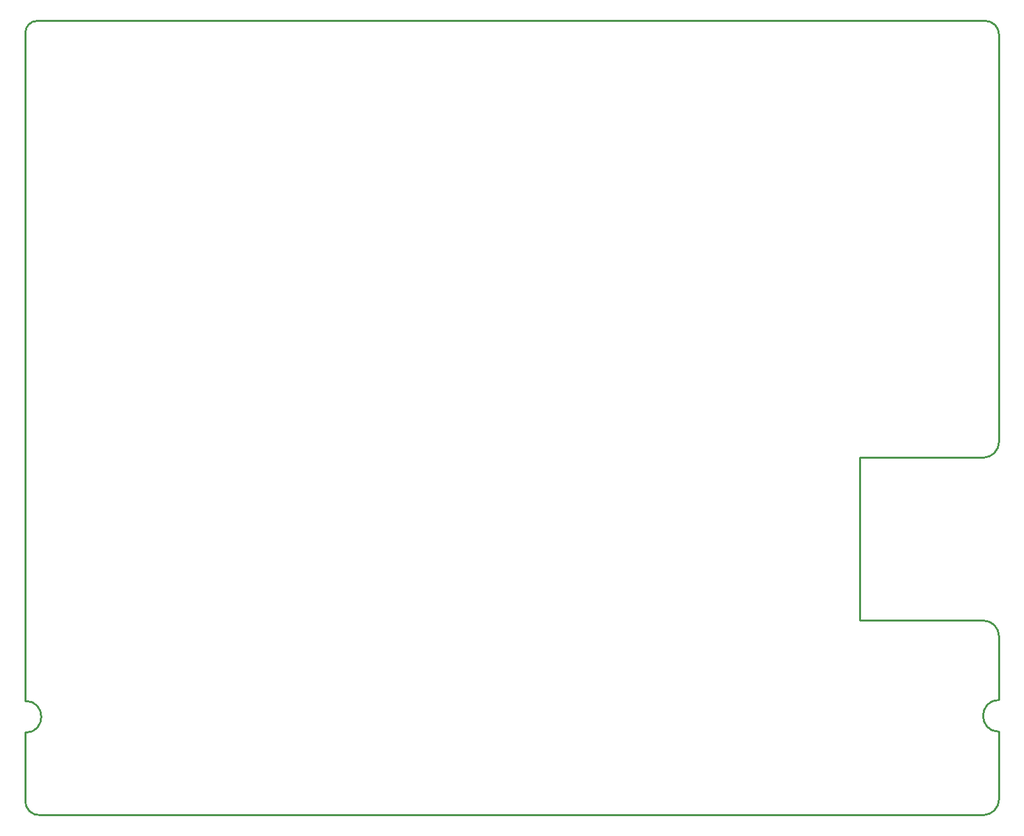
<source format=gbr>
G04 #@! TF.GenerationSoftware,KiCad,Pcbnew,(5.1.4)-1*
G04 #@! TF.CreationDate,2020-11-28T18:59:45-06:00*
G04 #@! TF.ProjectId,DriveBoard_2021,44726976-6542-46f6-9172-645f32303231,rev?*
G04 #@! TF.SameCoordinates,Original*
G04 #@! TF.FileFunction,Profile,NP*
%FSLAX46Y46*%
G04 Gerber Fmt 4.6, Leading zero omitted, Abs format (unit mm)*
G04 Created by KiCad (PCBNEW (5.1.4)-1) date 2020-11-28 18:59:45*
%MOMM*%
%LPD*%
G04 APERTURE LIST*
%ADD10C,0.249936*%
G04 APERTURE END LIST*
D10*
X69850000Y-52832000D02*
X69850000Y-52578000D01*
X69850000Y-52578000D02*
G75*
G02X71374000Y-51054000I1524000J0D01*
G01*
X69850000Y-52832000D02*
X69850000Y-71374000D01*
X192532000Y-51054000D02*
X191516000Y-51054000D01*
X192532000Y-51054000D02*
G75*
G02X194310000Y-52832000I0J-1778000D01*
G01*
X171958000Y-51054000D02*
X191516000Y-51054000D01*
X194310000Y-71374000D02*
X194310000Y-52832000D01*
X71374000Y-51054000D02*
X171958000Y-51054000D01*
X194310000Y-104902000D02*
G75*
G02X192278000Y-106934000I-2032000J0D01*
G01*
X176530000Y-106934000D02*
X192278000Y-106934000D01*
X176530000Y-127762000D02*
X176530000Y-106934000D01*
X192278000Y-127762000D02*
X176530000Y-127762000D01*
X192278000Y-127762000D02*
G75*
G02X194310000Y-129794000I0J-2032000D01*
G01*
X194310000Y-137922000D02*
X194310000Y-129794000D01*
X194310000Y-141986000D02*
G75*
G02X194310000Y-137922000I0J2032000D01*
G01*
X194310000Y-150622000D02*
X194310000Y-141986000D01*
X194310000Y-150622000D02*
G75*
G02X192278000Y-152654000I-2032000J0D01*
G01*
X71882001Y-152653999D02*
G75*
G02X69850001Y-150622001I-254001J1777999D01*
G01*
X71882000Y-152654000D02*
X192278000Y-152654000D01*
X69850000Y-138049000D02*
X69850000Y-137922000D01*
X69850000Y-138049000D02*
G75*
G02X69850000Y-142113000I0J-2032000D01*
G01*
X69850000Y-142113000D02*
X69850000Y-150622000D01*
X194310000Y-104902000D02*
X194310000Y-71374000D01*
X69850000Y-137922000D02*
X69850000Y-71374000D01*
M02*

</source>
